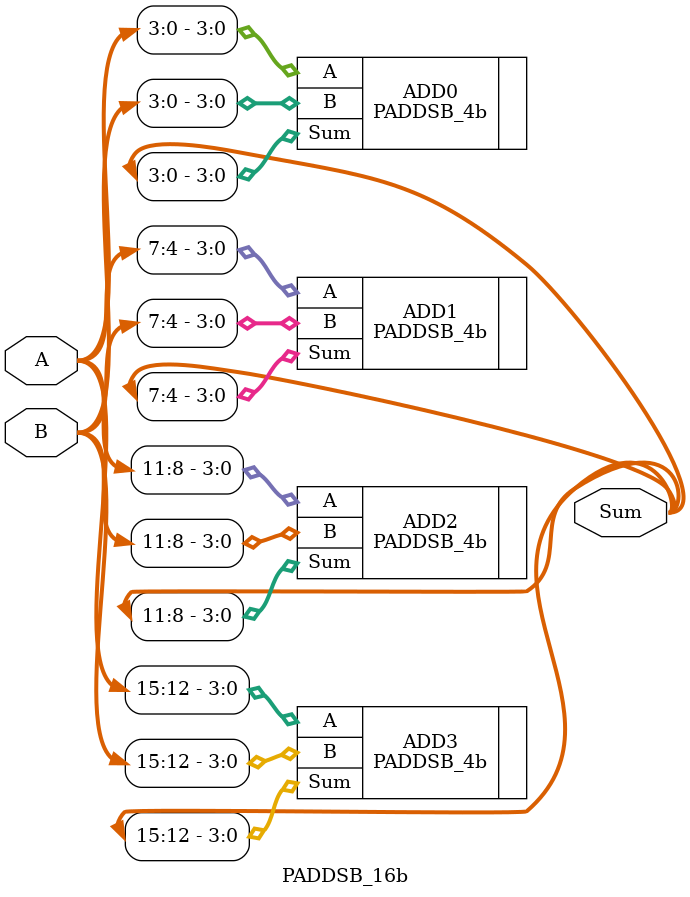
<source format=v>
module PADDSB_16b (Sum, A, B);
input [15:0] A, B;
output [15:0] Sum;

PADDSB_4b ADD0(.Sum(Sum[3:0]), .A(A[3:0]), .B(B[3:0])); 
PADDSB_4b ADD1(.Sum(Sum[7:4]), .A(A[7:4]), .B(B[7:4])); 
PADDSB_4b ADD2(.Sum(Sum[11:8]), .A(A[11:8]), .B(B[11:8])); 
PADDSB_4b ADD3(.Sum(Sum[15:12]), .A(A[15:12]), .B(B[15:12])); 

endmodule
</source>
